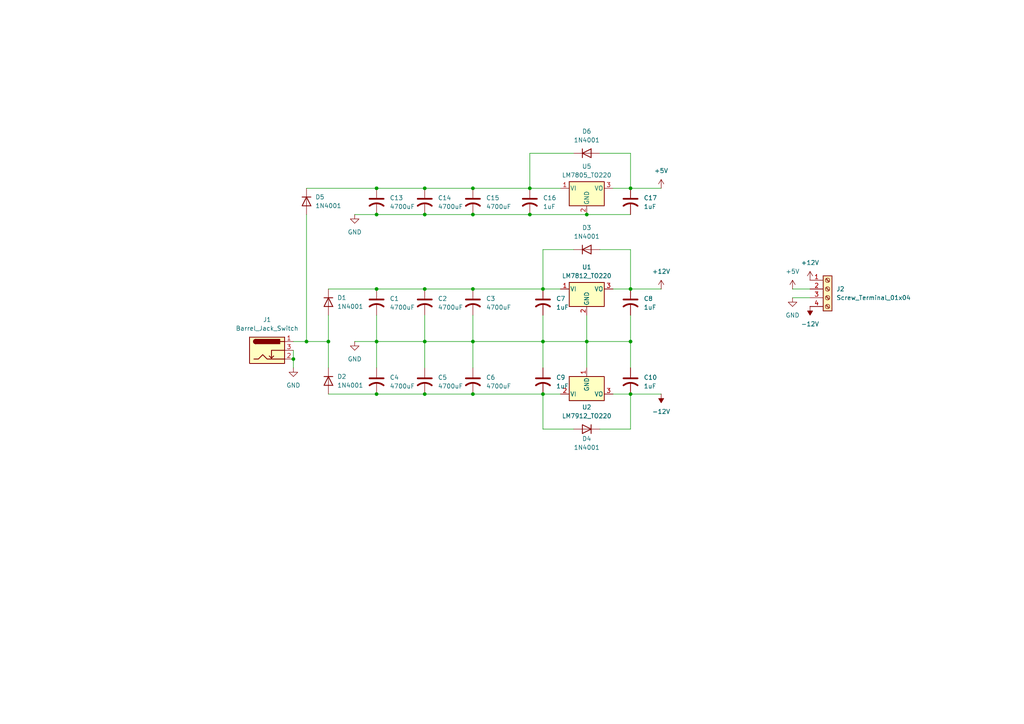
<source format=kicad_sch>
(kicad_sch (version 20250114) (generator "eeschema") (generator_version "9.0")
  (paper "A4")
  (lib_symbols
    (symbol "Connector:Barrel_Jack_Switch" (pin_names (hide yes))
      (property "Reference" "J" (at 0 5.334 0))
      (property "Value" "Barrel_Jack_Switch" (at 0 -5.08 0))
      (symbol "Barrel_Jack_Switch_0_1"
        (rectangle (start -5.08 3.81) (end 5.08 -3.81) (stroke (width 0.254)) (fill (type background)))
        (polyline (pts (xy -3.81 -2.54) (xy -2.54 -2.54) (xy -1.27 -1.27) (xy 0 -2.54) (xy 2.54 -2.54) (xy 5.08 -2.54)) (stroke (width 0.254)))
        (arc (start -3.302 1.905) (mid -3.9343 2.54) (end -3.302 3.175) (stroke (width 0.254)))
        (arc (start -3.302 1.905) (mid -3.9343 2.54) (end -3.302 3.175) (stroke (width 0.254)) (fill (type outline)))
        (polyline (pts (xy 1.27 -2.286) (xy 1.905 -1.651)) (stroke (width 0.254)))
        (rectangle (start 3.683 3.175) (end -3.302 1.905) (stroke (width 0.254)) (fill (type outline)))
        (polyline (pts (xy 5.08 2.54) (xy 3.81 2.54)) (stroke (width 0.254)))
        (polyline (pts (xy 5.08 0) (xy 1.27 0) (xy 1.27 -2.286) (xy 0.635 -1.651)) (stroke (width 0.254)))
      )
      (symbol "Barrel_Jack_Switch_1_1"
        (pin passive line (at 7.62 2.54 180) (length 2.54) (name "~") (number "1"))
        (pin passive line (at 7.62 0 180) (length 2.54) (name "~") (number "3"))
        (pin passive line (at 7.62 -2.54 180) (length 2.54) (name "~") (number "2"))
      )
    )
    (symbol "Connector:Screw_Terminal_01x04" (pin_names (offset 1.016) (hide yes))
      (property "Reference" "J" (at 0 5.08 0))
      (property "Value" "Screw_Terminal_01x04" (at 0 -7.62 0))
      (symbol "Screw_Terminal_01x04_1_1"
        (rectangle (start -1.27 3.81) (end 1.27 -6.35) (stroke (width 0.254)) (fill (type background)))
        (polyline (pts (xy -0.5334 2.8702) (xy 0.3302 2.032)) (stroke (width 0.1524)))
        (polyline (pts (xy -0.5334 0.3302) (xy 0.3302 -0.508)) (stroke (width 0.1524)))
        (polyline (pts (xy -0.5334 -2.2098) (xy 0.3302 -3.048)) (stroke (width 0.1524)))
        (polyline (pts (xy -0.5334 -4.7498) (xy 0.3302 -5.588)) (stroke (width 0.1524)))
        (polyline (pts (xy -0.3556 3.048) (xy 0.508 2.2098)) (stroke (width 0.1524)))
        (polyline (pts (xy -0.3556 0.508) (xy 0.508 -0.3302)) (stroke (width 0.1524)))
        (polyline (pts (xy -0.3556 -2.032) (xy 0.508 -2.8702)) (stroke (width 0.1524)))
        (polyline (pts (xy -0.3556 -4.572) (xy 0.508 -5.4102)) (stroke (width 0.1524)))
        (circle (center 0 2.54) (radius 0.635) (stroke (width 0.1524)))
        (circle (center 0 0) (radius 0.635) (stroke (width 0.1524)))
        (circle (center 0 -2.54) (radius 0.635) (stroke (width 0.1524)))
        (circle (center 0 -5.08) (radius 0.635) (stroke (width 0.1524)))
        (pin passive line (at -5.08 2.54 0) (length 3.81) (name "Pin_1") (number "1"))
        (pin passive line (at -5.08 0 0) (length 3.81) (name "Pin_2") (number "2"))
        (pin passive line (at -5.08 -2.54 0) (length 3.81) (name "Pin_3") (number "3"))
        (pin passive line (at -5.08 -5.08 0) (length 3.81) (name "Pin_4") (number "4"))
      )
    )
    (symbol "Device:C_US" (pin_numbers (hide yes)) (pin_names (offset 0.254) (hide yes))
      (property "Reference" "C" (at 0.635 2.54 0))
      (property "Value" "C_US" (at 0.635 -2.54 0))
      (symbol "C_US_0_1"
        (polyline (pts (xy -2.032 0.762) (xy 2.032 0.762)) (stroke (width 0.508)))
        (arc (start -2.032 -1.27) (mid 0 -0.5572) (end 2.032 -1.27) (stroke (width 0.508)))
      )
      (symbol "C_US_1_1"
        (pin passive line (at 0 3.81 270) (length 2.794) (name "~") (number "1"))
        (pin passive line (at 0 -3.81 90) (length 3.302) (name "~") (number "2"))
      )
    )
    (symbol "Diode:1N4001" (pin_numbers (hide yes)) (pin_names (hide yes))
      (property "Reference" "D" (at 0 2.54 0))
      (property "Value" "1N4001" (at 0 -2.54 0))
      (symbol "1N4001_0_1"
        (polyline (pts (xy -1.27 1.27) (xy -1.27 -1.27)) (stroke (width 0.254)))
        (polyline (pts (xy 1.27 1.27) (xy 1.27 -1.27) (xy -1.27 0) (xy 1.27 1.27)) (stroke (width 0.254)))
        (polyline (pts (xy 1.27 0) (xy -1.27 0)))
      )
      (symbol "1N4001_1_1"
        (pin passive line (at -3.81 0 0) (length 2.54) (name "K") (number "1"))
        (pin passive line (at 3.81 0 180) (length 2.54) (name "A") (number "2"))
      )
    )
    (symbol "Regulator_Linear:LM7805_TO220" (pin_names (offset 0.254))
      (property "Reference" "U" (at -3.81 3.175 0))
      (property "Value" "LM7805_TO220" (at 0 3.175 0))
      (symbol "LM7805_TO220_0_1"
        (rectangle (start -5.08 1.905) (end 5.08 -5.08) (stroke (width 0.254)) (fill (type background)))
      )
      (symbol "LM7805_TO220_1_1"
        (pin power_in line (at -7.62 0 0) (length 2.54) (name "VI") (number "1"))
        (pin power_in line (at 0 -7.62 90) (length 2.54) (name "GND") (number "2"))
        (pin power_out line (at 7.62 0 180) (length 2.54) (name "VO") (number "3"))
      )
    )
    (symbol "Regulator_Linear:LM7812_TO220" (pin_names (offset 0.254))
      (property "Reference" "U" (at -3.81 3.175 0))
      (property "Value" "LM7812_TO220" (at 0 3.175 0))
      (symbol "LM7812_TO220_0_1"
        (rectangle (start -5.08 1.905) (end 5.08 -5.08) (stroke (width 0.254)) (fill (type background)))
      )
      (symbol "LM7812_TO220_1_1"
        (pin power_in line (at -7.62 0 0) (length 2.54) (name "VI") (number "1"))
        (pin power_in line (at 0 -7.62 90) (length 2.54) (name "GND") (number "2"))
        (pin power_out line (at 7.62 0 180) (length 2.54) (name "VO") (number "3"))
      )
    )
    (symbol "Regulator_Linear:LM7912_TO220" (pin_names (offset 0.254))
      (property "Reference" "U" (at -3.81 -3.175 0))
      (property "Value" "LM7912_TO220" (at 0 -3.175 0))
      (symbol "LM7912_TO220_0_1"
        (rectangle (start -5.08 5.08) (end 5.08 -1.905) (stroke (width 0.254)) (fill (type background)))
      )
      (symbol "LM7912_TO220_1_1"
        (pin power_in line (at -7.62 0 0) (length 2.54) (name "VI") (number "2"))
        (pin power_in line (at 0 7.62 270) (length 2.54) (name "GND") (number "1"))
        (pin power_out line (at 7.62 0 180) (length 2.54) (name "VO") (number "3"))
      )
    )
    (symbol "power:+12V" (power) (pin_numbers (hide yes)) (pin_names (offset 0) (hide yes))
      (property "Value" "+12V" (at 0 3.556 0))
      (symbol "+12V_0_1"
        (polyline (pts (xy -0.762 1.27) (xy 0 2.54)))
        (polyline (pts (xy 0 2.54) (xy 0.762 1.27)))
        (polyline (pts (xy 0 0) (xy 0 2.54)))
      )
      (symbol "+12V_1_1"
        (pin power_in line (at 0 0 90) (length 0) (name "~") (number "1"))
      )
    )
    (symbol "power:+5V" (power) (pin_numbers (hide yes)) (pin_names (offset 0) (hide yes))
      (property "Value" "+5V" (at 0 3.556 0))
      (symbol "+5V_0_1"
        (polyline (pts (xy -0.762 1.27) (xy 0 2.54)))
        (polyline (pts (xy 0 2.54) (xy 0.762 1.27)))
        (polyline (pts (xy 0 0) (xy 0 2.54)))
      )
      (symbol "+5V_1_1"
        (pin power_in line (at 0 0 90) (length 0) (name "~") (number "1"))
      )
    )
    (symbol "power:-12V" (power) (pin_numbers (hide yes)) (pin_names (offset 0) (hide yes))
      (property "Value" "-12V" (at 0 3.556 0))
      (symbol "-12V_0_0"
        (pin power_in line (at 0 0 90) (length 0) (name "~") (number "1"))
      )
      (symbol "-12V_0_1"
        (polyline (pts (xy 0 0) (xy 0 1.27) (xy 0.762 1.27) (xy 0 2.54) (xy -0.762 1.27) (xy 0 1.27)) (fill (type outline)))
      )
    )
    (symbol "power:GND" (power) (pin_numbers (hide yes)) (pin_names (offset 0) (hide yes))
      (property "Value" "GND" (at 0 -3.81 0))
      (symbol "GND_0_1"
        (polyline (pts (xy 0 0) (xy 0 -1.27) (xy 1.27 -1.27) (xy 0 -2.54) (xy -1.27 -1.27) (xy 0 -1.27)))
      )
      (symbol "GND_1_1"
        (pin power_in line (at 0 0 270) (length 0) (name "~") (number "1"))
      )
    )
  )
  (junction (at 123.19 99.06))
  (junction (at 170.18 99.06))
  (junction (at 109.22 99.06))
  (junction (at 109.22 62.23))
  (junction (at 182.88 54.61))
  (junction (at 153.67 54.61))
  (junction (at 109.22 114.3))
  (junction (at 182.88 83.82))
  (junction (at 109.22 83.82))
  (junction (at 157.48 114.3))
  (junction (at 182.88 99.06))
  (junction (at 123.19 54.61))
  (junction (at 137.16 99.06))
  (junction (at 170.18 62.23))
  (junction (at 137.16 62.23))
  (junction (at 85.09 104.14))
  (junction (at 137.16 54.61))
  (junction (at 123.19 114.3))
  (junction (at 137.16 114.3))
  (junction (at 137.16 83.82))
  (junction (at 182.88 114.3))
  (junction (at 157.48 99.06))
  (junction (at 153.67 62.23))
  (junction (at 157.48 83.82))
  (junction (at 123.19 83.82))
  (junction (at 123.19 62.23))
  (junction (at 88.9 99.06))
  (junction (at 109.22 54.61))
  (junction (at 95.25 99.06))
  (wire (pts (xy 109.22 99.06) (xy 109.22 106.68)))
  (wire (pts (xy 137.16 114.3) (xy 157.48 114.3)))
  (wire (pts (xy 153.67 44.45) (xy 153.67 54.61)))
  (wire (pts (xy 182.88 91.44) (xy 182.88 99.06)))
  (wire (pts (xy 109.22 114.3) (xy 123.19 114.3)))
  (wire (pts (xy 166.37 72.39) (xy 157.48 72.39)))
  (wire (pts (xy 157.48 99.06) (xy 137.16 99.06)))
  (wire (pts (xy 170.18 62.23) (xy 182.88 62.23)))
  (wire (pts (xy 153.67 62.23) (xy 170.18 62.23)))
  (wire (pts (xy 123.19 99.06) (xy 137.16 99.06)))
  (wire (pts (xy 182.88 106.68) (xy 182.88 99.06)))
  (wire (pts (xy 182.88 83.82) (xy 191.77 83.82)))
  (wire (pts (xy 123.19 114.3) (xy 137.16 114.3)))
  (wire (pts (xy 137.16 54.61) (xy 153.67 54.61)))
  (wire (pts (xy 95.25 83.82) (xy 109.22 83.82)))
  (wire (pts (xy 182.88 124.46) (xy 182.88 114.3)))
  (wire (pts (xy 123.19 83.82) (xy 137.16 83.82)))
  (wire (pts (xy 157.48 91.44) (xy 157.48 99.06)))
  (wire (pts (xy 88.9 99.06) (xy 95.25 99.06)))
  (wire (pts (xy 182.88 114.3) (xy 191.77 114.3)))
  (wire (pts (xy 177.8 83.82) (xy 182.88 83.82)))
  (wire (pts (xy 123.19 99.06) (xy 123.19 106.68)))
  (wire (pts (xy 229.87 86.36) (xy 234.95 86.36)))
  (wire (pts (xy 123.19 91.44) (xy 123.19 99.06)))
  (wire (pts (xy 109.22 62.23) (xy 123.19 62.23)))
  (wire (pts (xy 166.37 44.45) (xy 153.67 44.45)))
  (wire (pts (xy 109.22 99.06) (xy 123.19 99.06)))
  (wire (pts (xy 173.99 44.45) (xy 182.88 44.45)))
  (wire (pts (xy 153.67 54.61) (xy 162.56 54.61)))
  (wire (pts (xy 137.16 83.82) (xy 157.48 83.82)))
  (wire (pts (xy 109.22 54.61) (xy 123.19 54.61)))
  (wire (pts (xy 95.25 99.06) (xy 95.25 106.68)))
  (wire (pts (xy 109.22 91.44) (xy 109.22 99.06)))
  (wire (pts (xy 177.8 54.61) (xy 182.88 54.61)))
  (wire (pts (xy 85.09 99.06) (xy 88.9 99.06)))
  (wire (pts (xy 157.48 114.3) (xy 162.56 114.3)))
  (wire (pts (xy 173.99 72.39) (xy 182.88 72.39)))
  (wire (pts (xy 85.09 101.6) (xy 85.09 104.14)))
  (wire (pts (xy 95.25 99.06) (xy 95.25 91.44)))
  (wire (pts (xy 123.19 62.23) (xy 137.16 62.23)))
  (wire (pts (xy 95.25 114.3) (xy 109.22 114.3)))
  (wire (pts (xy 137.16 62.23) (xy 153.67 62.23)))
  (wire (pts (xy 157.48 72.39) (xy 157.48 83.82)))
  (wire (pts (xy 88.9 62.23) (xy 88.9 99.06)))
  (wire (pts (xy 177.8 114.3) (xy 182.88 114.3)))
  (wire (pts (xy 157.48 124.46) (xy 157.48 114.3)))
  (wire (pts (xy 137.16 99.06) (xy 137.16 106.68)))
  (wire (pts (xy 170.18 91.44) (xy 170.18 99.06)))
  (wire (pts (xy 182.88 44.45) (xy 182.88 54.61)))
  (wire (pts (xy 173.99 124.46) (xy 182.88 124.46)))
  (wire (pts (xy 88.9 54.61) (xy 109.22 54.61)))
  (wire (pts (xy 182.88 54.61) (xy 191.77 54.61)))
  (wire (pts (xy 102.87 62.23) (xy 109.22 62.23)))
  (wire (pts (xy 137.16 91.44) (xy 137.16 99.06)))
  (wire (pts (xy 157.48 106.68) (xy 157.48 99.06)))
  (wire (pts (xy 123.19 54.61) (xy 137.16 54.61)))
  (wire (pts (xy 170.18 106.68) (xy 170.18 99.06)))
  (wire (pts (xy 102.87 99.06) (xy 109.22 99.06)))
  (wire (pts (xy 85.09 106.68) (xy 85.09 104.14)))
  (wire (pts (xy 166.37 124.46) (xy 157.48 124.46)))
  (wire (pts (xy 229.87 83.82) (xy 234.95 83.82)))
  (wire (pts (xy 182.88 72.39) (xy 182.88 83.82)))
  (wire (pts (xy 170.18 99.06) (xy 157.48 99.06)))
  (wire (pts (xy 157.48 83.82) (xy 162.56 83.82)))
  (wire (pts (xy 182.88 99.06) (xy 170.18 99.06)))
  (wire (pts (xy 109.22 83.82) (xy 123.19 83.82)))
  (symbol (lib_id "power:-12V") (at 234.95 88.9 180) (unit 1)
    (property "Reference" "#PWR05" (effects (hide yes)))
    (property "Value" "-12V" (at 234.95 93.98 0))
    (property "Description" "Power symbol creates a global label with name \"-12V\"" (effects (hide yes)))
  )
  (symbol (lib_id "Device:C_US") (at 182.88 87.63 0) (unit 1)
    (property "Reference" "C8" (at 186.69 86.6139 0) (effects (justify left)))
    (property "Value" "1uF" (at 186.69 89.1539 0) (effects (justify left)))
    (property "Footprint" "Capacitor_THT:CP_Radial_D4.0mm_P2.00mm" (effects (hide yes)))
    (property "Description" "capacitor, US symbol" (effects (hide yes)))
  )
  (symbol (lib_id "Regulator_Linear:LM7812_TO220") (at 170.18 83.82 0) (unit 1)
    (property "Reference" "U1" (at 170.18 77.47 0))
    (property "Value" "LM7812_TO220" (at 170.18 80.01 0))
    (property "Footprint" "Package_TO_SOT_THT:TO-220-3_Vertical" (effects (hide yes)))
    (property "Datasheet" "https://www.onsemi.cn/PowerSolutions/document/MC7800-D.PDF" (effects (hide yes)))
    (property "Description" "Positive 1A 35V Linear Regulator, Fixed Output 12V, TO-220" (effects (hide yes)))
  )
  (symbol (lib_id "Device:C_US") (at 137.16 110.49 0) (unit 1)
    (property "Reference" "C6" (at 140.97 109.4739 0) (effects (justify left)))
    (property "Value" "4700uF" (at 140.97 112.0139 0) (effects (justify left)))
    (property "Footprint" "Capacitor_THT:CP_Radial_D16.0mm_P7.50mm" (effects (hide yes)))
    (property "Description" "capacitor, US symbol" (effects (hide yes)))
  )
  (symbol (lib_id "Diode:1N4001") (at 170.18 72.39 0) (unit 1)
    (property "Reference" "D3" (at 170.18 66.04 0))
    (property "Value" "1N4001" (at 170.18 68.58 0))
    (property "Footprint" "Diode_THT:D_DO-41_SOD81_P10.16mm_Horizontal" (effects (hide yes)))
    (property "Datasheet" "http://www.vishay.com/docs/88503/1n4001.pdf" (effects (hide yes)))
    (property "Description" "50V 1A General Purpose Rectifier Diode, DO-41" (effects (hide yes)))
    (property "Sim.Device" "D" (effects (hide yes)))
    (property "Sim.Pins" "1=K 2=A" (effects (hide yes)))
  )
  (symbol (lib_id "Device:C_US") (at 182.88 110.49 0) (unit 1)
    (property "Reference" "C10" (at 186.69 109.4739 0) (effects (justify left)))
    (property "Value" "1uF" (at 186.69 112.0139 0) (effects (justify left)))
    (property "Footprint" "Capacitor_THT:CP_Radial_D4.0mm_P2.00mm" (effects (hide yes)))
    (property "Description" "capacitor, US symbol" (effects (hide yes)))
  )
  (symbol (lib_id "power:GND") (at 85.09 106.68 0) (unit 1)
    (property "Reference" "#PWR01" (effects (hide yes)))
    (property "Value" "GND" (at 85.09 111.76 0))
    (property "Description" "Power symbol creates a global label with name \"GND\" , ground" (effects (hide yes)))
  )
  (symbol (lib_id "Diode:1N4001") (at 95.25 87.63 270) (unit 1)
    (property "Reference" "D1" (at 97.79 86.3599 90) (effects (justify left)))
    (property "Value" "1N4001" (at 97.79 88.8999 90) (effects (justify left)))
    (property "Footprint" "Diode_THT:D_DO-41_SOD81_P10.16mm_Horizontal" (effects (hide yes)))
    (property "Datasheet" "http://www.vishay.com/docs/88503/1n4001.pdf" (effects (hide yes)))
    (property "Description" "50V 1A General Purpose Rectifier Diode, DO-41" (effects (hide yes)))
    (property "Sim.Device" "D" (effects (hide yes)))
    (property "Sim.Pins" "1=K 2=A" (effects (hide yes)))
  )
  (symbol (lib_id "power:-12V") (at 191.77 114.3 180) (unit 1)
    (property "Reference" "#PWR02" (effects (hide yes)))
    (property "Value" "-12V" (at 191.77 119.38 0))
    (property "Description" "Power symbol creates a global label with name \"-12V\"" (effects (hide yes)))
  )
  (symbol (lib_id "Device:C_US") (at 137.16 87.63 0) (unit 1)
    (property "Reference" "C3" (at 140.97 86.6139 0) (effects (justify left)))
    (property "Value" "4700uF" (at 140.97 89.1539 0) (effects (justify left)))
    (property "Footprint" "Capacitor_THT:CP_Radial_D16.0mm_P7.50mm" (effects (hide yes)))
    (property "Description" "capacitor, US symbol" (effects (hide yes)))
  )
  (symbol (lib_id "Diode:1N4001") (at 88.9 58.42 270) (unit 1)
    (property "Reference" "D5" (at 91.44 57.1499 90) (effects (justify left)))
    (property "Value" "1N4001" (at 91.44 59.6899 90) (effects (justify left)))
    (property "Footprint" "Diode_THT:D_DO-41_SOD81_P10.16mm_Horizontal" (effects (hide yes)))
    (property "Datasheet" "http://www.vishay.com/docs/88503/1n4001.pdf" (effects (hide yes)))
    (property "Description" "50V 1A General Purpose Rectifier Diode, DO-41" (effects (hide yes)))
    (property "Sim.Device" "D" (effects (hide yes)))
    (property "Sim.Pins" "1=K 2=A" (effects (hide yes)))
  )
  (symbol (lib_id "power:GND") (at 229.87 86.36 0) (unit 1)
    (property "Reference" "#PWR033" (effects (hide yes)))
    (property "Value" "GND" (at 229.87 91.44 0))
    (property "Description" "Power symbol creates a global label with name \"GND\" , ground" (effects (hide yes)))
  )
  (symbol (lib_id "Diode:1N4001") (at 95.25 110.49 270) (unit 1)
    (property "Reference" "D2" (at 97.79 109.2199 90) (effects (justify left)))
    (property "Value" "1N4001" (at 97.79 111.7599 90) (effects (justify left)))
    (property "Footprint" "Diode_THT:D_DO-41_SOD81_P10.16mm_Horizontal" (effects (hide yes)))
    (property "Datasheet" "http://www.vishay.com/docs/88503/1n4001.pdf" (effects (hide yes)))
    (property "Description" "50V 1A General Purpose Rectifier Diode, DO-41" (effects (hide yes)))
    (property "Sim.Device" "D" (effects (hide yes)))
    (property "Sim.Pins" "1=K 2=A" (effects (hide yes)))
  )
  (symbol (lib_id "Diode:1N4001") (at 170.18 124.46 180) (unit 1)
    (property "Reference" "D4" (at 170.18 127.254 0))
    (property "Value" "1N4001" (at 170.18 129.794 0))
    (property "Footprint" "Diode_THT:D_DO-41_SOD81_P10.16mm_Horizontal" (effects (hide yes)))
    (property "Datasheet" "http://www.vishay.com/docs/88503/1n4001.pdf" (effects (hide yes)))
    (property "Description" "50V 1A General Purpose Rectifier Diode, DO-41" (effects (hide yes)))
    (property "Sim.Device" "D" (effects (hide yes)))
    (property "Sim.Pins" "1=K 2=A" (effects (hide yes)))
  )
  (symbol (lib_id "Device:C_US") (at 157.48 87.63 0) (unit 1)
    (property "Reference" "C7" (at 161.29 86.6139 0) (effects (justify left)))
    (property "Value" "1uF" (at 161.29 89.1539 0) (effects (justify left)))
    (property "Footprint" "Capacitor_THT:CP_Radial_D4.0mm_P2.00mm" (effects (hide yes)))
    (property "Description" "capacitor, US symbol" (effects (hide yes)))
  )
  (symbol (lib_id "Connector:Barrel_Jack_Switch") (at 77.47 101.6 0) (unit 1)
    (property "Reference" "J1" (at 77.47 92.71 0))
    (property "Value" "Barrel_Jack_Switch" (at 77.47 95.25 0))
    (property "Footprint" "Connector_BarrelJack:BarrelJack_Horizontal" (effects (hide yes)))
    (property "Description" "DC Barrel Jack with an internal switch" (effects (hide yes)))
  )
  (symbol (lib_id "Device:C_US") (at 157.48 110.49 0) (unit 1)
    (property "Reference" "C9" (at 161.29 109.4739 0) (effects (justify left)))
    (property "Value" "1uF" (at 161.29 112.0139 0) (effects (justify left)))
    (property "Footprint" "Capacitor_THT:CP_Radial_D4.0mm_P2.00mm" (effects (hide yes)))
    (property "Description" "capacitor, US symbol" (effects (hide yes)))
  )
  (symbol (lib_id "power:+5V") (at 229.87 83.82 0) (unit 1)
    (property "Reference" "#PWR032" (effects (hide yes)))
    (property "Value" "+5V" (at 229.87 78.74 0))
    (property "Description" "Power symbol creates a global label with name \"+5V\"" (effects (hide yes)))
  )
  (symbol (lib_id "power:+12V") (at 234.95 81.28 0) (unit 1)
    (property "Reference" "#PWR04" (effects (hide yes)))
    (property "Value" "+12V" (at 234.95 76.2 0))
    (property "Description" "Power symbol creates a global label with name \"+12V\"" (effects (hide yes)))
  )
  (symbol (lib_id "Device:C_US") (at 123.19 58.42 0) (unit 1)
    (property "Reference" "C14" (at 127 57.4039 0) (effects (justify left)))
    (property "Value" "4700uF" (at 127 59.9439 0) (effects (justify left)))
    (property "Footprint" "Capacitor_THT:CP_Radial_D16.0mm_P7.50mm" (effects (hide yes)))
    (property "Description" "capacitor, US symbol" (effects (hide yes)))
  )
  (symbol (lib_id "Diode:1N4001") (at 170.18 44.45 0) (unit 1)
    (property "Reference" "D6" (at 170.18 38.1 0))
    (property "Value" "1N4001" (at 170.18 40.64 0))
    (property "Footprint" "Diode_THT:D_DO-41_SOD81_P10.16mm_Horizontal" (effects (hide yes)))
    (property "Datasheet" "http://www.vishay.com/docs/88503/1n4001.pdf" (effects (hide yes)))
    (property "Description" "50V 1A General Purpose Rectifier Diode, DO-41" (effects (hide yes)))
    (property "Sim.Device" "D" (effects (hide yes)))
    (property "Sim.Pins" "1=K 2=A" (effects (hide yes)))
  )
  (symbol (lib_id "Device:C_US") (at 153.67 58.42 0) (unit 1)
    (property "Reference" "C16" (at 157.48 57.4039 0) (effects (justify left)))
    (property "Value" "1uF" (at 157.48 59.9439 0) (effects (justify left)))
    (property "Footprint" "Capacitor_THT:CP_Radial_D4.0mm_P2.00mm" (effects (hide yes)))
    (property "Description" "capacitor, US symbol" (effects (hide yes)))
  )
  (symbol (lib_id "power:+5V") (at 191.77 54.61 0) (unit 1)
    (property "Reference" "#PWR031" (effects (hide yes)))
    (property "Value" "+5V" (at 191.77 49.53 0))
    (property "Description" "Power symbol creates a global label with name \"+5V\"" (effects (hide yes)))
  )
  (symbol (lib_id "Device:C_US") (at 123.19 110.49 0) (unit 1)
    (property "Reference" "C5" (at 127 109.4739 0) (effects (justify left)))
    (property "Value" "4700uF" (at 127 112.0139 0) (effects (justify left)))
    (property "Footprint" "Capacitor_THT:CP_Radial_D16.0mm_P7.50mm" (effects (hide yes)))
    (property "Description" "capacitor, US symbol" (effects (hide yes)))
  )
  (symbol (lib_id "Device:C_US") (at 109.22 87.63 0) (unit 1)
    (property "Reference" "C1" (at 113.03 86.6139 0) (effects (justify left)))
    (property "Value" "4700uF" (at 113.03 89.1539 0) (effects (justify left)))
    (property "Footprint" "Capacitor_THT:CP_Radial_D16.0mm_P7.50mm" (effects (hide yes)))
    (property "Description" "capacitor, US symbol" (effects (hide yes)))
  )
  (symbol (lib_id "Device:C_US") (at 123.19 87.63 0) (unit 1)
    (property "Reference" "C2" (at 127 86.6139 0) (effects (justify left)))
    (property "Value" "4700uF" (at 127 89.1539 0) (effects (justify left)))
    (property "Footprint" "Capacitor_THT:CP_Radial_D16.0mm_P7.50mm" (effects (hide yes)))
    (property "Description" "capacitor, US symbol" (effects (hide yes)))
  )
  (symbol (lib_id "power:GND") (at 102.87 62.23 0) (unit 1)
    (property "Reference" "#PWR08" (effects (hide yes)))
    (property "Value" "GND" (at 102.87 67.31 0))
    (property "Description" "Power symbol creates a global label with name \"GND\" , ground" (effects (hide yes)))
  )
  (symbol (lib_id "Device:C_US") (at 182.88 58.42 0) (unit 1)
    (property "Reference" "C17" (at 186.69 57.4039 0) (effects (justify left)))
    (property "Value" "1uF" (at 186.69 59.9439 0) (effects (justify left)))
    (property "Footprint" "Capacitor_THT:CP_Radial_D4.0mm_P2.00mm" (effects (hide yes)))
    (property "Description" "capacitor, US symbol" (effects (hide yes)))
  )
  (symbol (lib_id "power:+12V") (at 191.77 83.82 0) (unit 1)
    (property "Reference" "#PWR03" (effects (hide yes)))
    (property "Value" "+12V" (at 191.77 78.74 0))
    (property "Description" "Power symbol creates a global label with name \"+12V\"" (effects (hide yes)))
  )
  (symbol (lib_id "Regulator_Linear:LM7805_TO220") (at 170.18 54.61 0) (unit 1)
    (property "Reference" "U5" (at 170.18 48.26 0))
    (property "Value" "LM7805_TO220" (at 170.18 50.8 0))
    (property "Footprint" "Package_TO_SOT_THT:TO-220-3_Vertical" (effects (hide yes)))
    (property "Datasheet" "https://www.onsemi.cn/PowerSolutions/document/MC7800-D.PDF" (effects (hide yes)))
    (property "Description" "Positive 1A 35V Linear Regulator, Fixed Output 5V, TO-220" (effects (hide yes)))
  )
  (symbol (lib_id "Connector:Screw_Terminal_01x04") (at 240.03 83.82 0) (unit 1)
    (property "Reference" "J2" (at 242.57 83.8199 0) (effects (justify left)))
    (property "Value" "Screw_Terminal_01x04" (at 242.57 86.3599 0) (effects (justify left)))
    (property "Footprint" "TerminalBlock:TerminalBlock_Xinya_XY308-2.54-4P_1x04_P2.54mm_Horizontal" (effects (hide yes)))
    (property "Description" "Generic screw terminal, single row, 01x04, script generated (kicad-library-utils/schlib/autogen/connector/)" (effects (hide yes)))
  )
  (symbol (lib_id "Regulator_Linear:LM7912_TO220") (at 170.18 114.3 0) (unit 1)
    (property "Reference" "U2" (at 170.18 118.11 0))
    (property "Value" "LM7912_TO220" (at 170.18 120.65 0))
    (property "Footprint" "Package_TO_SOT_THT:TO-220-3_Vertical" (effects (hide yes)))
    (property "Datasheet" "hhttps://www.onsemi.com/pub/Collateral/MC7900-D.PDF" (effects (hide yes)))
    (property "Description" "Negative 1A 35V Linear Regulator, Fixed Output 12V, TO-220" (effects (hide yes)))
  )
  (symbol (lib_id "power:GND") (at 102.87 99.06 0) (unit 1)
    (property "Reference" "#PWR030" (effects (hide yes)))
    (property "Value" "GND" (at 102.87 104.14 0))
    (property "Description" "Power symbol creates a global label with name \"GND\" , ground" (effects (hide yes)))
  )
  (symbol (lib_id "Device:C_US") (at 137.16 58.42 0) (unit 1)
    (property "Reference" "C15" (at 140.97 57.4039 0) (effects (justify left)))
    (property "Value" "4700uF" (at 140.97 59.9439 0) (effects (justify left)))
    (property "Footprint" "Capacitor_THT:CP_Radial_D16.0mm_P7.50mm" (effects (hide yes)))
    (property "Description" "capacitor, US symbol" (effects (hide yes)))
  )
  (symbol (lib_id "Device:C_US") (at 109.22 110.49 0) (unit 1)
    (property "Reference" "C4" (at 113.03 109.4739 0) (effects (justify left)))
    (property "Value" "4700uF" (at 113.03 112.0139 0) (effects (justify left)))
    (property "Footprint" "Capacitor_THT:CP_Radial_D16.0mm_P7.50mm" (effects (hide yes)))
    (property "Description" "capacitor, US symbol" (effects (hide yes)))
  )
  (symbol (lib_id "Device:C_US") (at 109.22 58.42 0) (unit 1)
    (property "Reference" "C13" (at 113.03 57.4039 0) (effects (justify left)))
    (property "Value" "4700uF" (at 113.03 59.9439 0) (effects (justify left)))
    (property "Footprint" "Capacitor_THT:CP_Radial_D16.0mm_P7.50mm" (effects (hide yes)))
    (property "Description" "capacitor, US symbol" (effects (hide yes)))
  )
)
</source>
